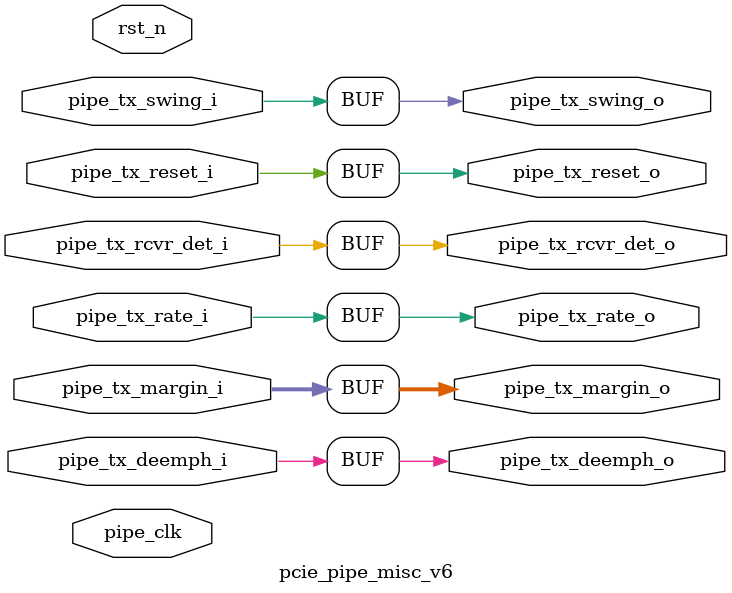
<source format=v>

`timescale 1ns/1ns

module pcie_pipe_misc_v6 #
(
    parameter        PIPE_PIPELINE_STAGES = 0    // 0 - 0 stages, 1 - 1 stage, 2 - 2 stages
)
(

    input   wire        pipe_tx_rcvr_det_i       ,
    input   wire        pipe_tx_reset_i          ,
    input   wire        pipe_tx_rate_i           ,
    input   wire        pipe_tx_deemph_i         ,
    input   wire [2:0]  pipe_tx_margin_i         ,
    input   wire        pipe_tx_swing_i          ,

    output  wire        pipe_tx_rcvr_det_o       ,
    output  wire        pipe_tx_reset_o          ,
    output  wire        pipe_tx_rate_o           ,
    output  wire        pipe_tx_deemph_o         ,
    output  wire [2:0]  pipe_tx_margin_o         ,
    output  wire        pipe_tx_swing_o          ,
 
    input   wire        pipe_clk                , 
    input   wire        rst_n 
);

//******************************************************************//
// Reality check.                                                   //
//******************************************************************//

    parameter TCQ  = 1;      // clock to out delay model

    reg                pipe_tx_rcvr_det_q       ;
    reg                pipe_tx_reset_q          ;
    reg                pipe_tx_rate_q           ;
    reg                pipe_tx_deemph_q         ;
    reg [2:0]          pipe_tx_margin_q         ;
    reg                pipe_tx_swing_q          ;

    reg                pipe_tx_rcvr_det_qq      ;
    reg                pipe_tx_reset_qq         ;
    reg                pipe_tx_rate_qq          ;
    reg                pipe_tx_deemph_qq        ;
    reg [2:0]          pipe_tx_margin_qq        ;
    reg                pipe_tx_swing_qq         ;

    generate

      if (PIPE_PIPELINE_STAGES == 0) begin


        assign pipe_tx_rcvr_det_o = pipe_tx_rcvr_det_i;
        assign pipe_tx_reset_o  = pipe_tx_reset_i;
        assign pipe_tx_rate_o = pipe_tx_rate_i;
        assign pipe_tx_deemph_o = pipe_tx_deemph_i;
        assign pipe_tx_margin_o = pipe_tx_margin_i;
        assign pipe_tx_swing_o = pipe_tx_swing_i;

      end else if (PIPE_PIPELINE_STAGES == 1) begin

        always @(posedge pipe_clk) begin

          if (rst_n) begin

            pipe_tx_rcvr_det_q <= #TCQ 0;
            pipe_tx_reset_q  <= #TCQ 1'b1;
            pipe_tx_rate_q <= #TCQ 0;
            pipe_tx_deemph_q <= #TCQ 1'b1;
            pipe_tx_margin_q <= #TCQ 0;
            pipe_tx_swing_q <= #TCQ 0;

          end else begin
       
            pipe_tx_rcvr_det_q <= #TCQ pipe_tx_rcvr_det_i;
            pipe_tx_reset_q  <= #TCQ pipe_tx_reset_i;
            pipe_tx_rate_q <= #TCQ pipe_tx_rate_i;
            pipe_tx_deemph_q <= #TCQ pipe_tx_deemph_i;
            pipe_tx_margin_q <= #TCQ pipe_tx_margin_i;
            pipe_tx_swing_q <= #TCQ pipe_tx_swing_i;

          end
       
        end

        assign pipe_tx_rcvr_det_o = pipe_tx_rcvr_det_q;
        assign pipe_tx_reset_o  = pipe_tx_reset_q;
        assign pipe_tx_rate_o = pipe_tx_rate_q;
        assign pipe_tx_deemph_o = pipe_tx_deemph_q;
        assign pipe_tx_margin_o = pipe_tx_margin_q;
        assign pipe_tx_swing_o = pipe_tx_swing_q;

      end else if (PIPE_PIPELINE_STAGES == 2) begin

        always @(posedge pipe_clk) begin

          if (rst_n) begin

            pipe_tx_rcvr_det_q <= #TCQ 0;
            pipe_tx_reset_q  <= #TCQ 1'b1;
            pipe_tx_rate_q <= #TCQ 0;
            pipe_tx_deemph_q <= #TCQ 1'b1;
            pipe_tx_margin_q <= #TCQ 0;
            pipe_tx_swing_q <= #TCQ 0;

            pipe_tx_rcvr_det_qq <= #TCQ 0;
            pipe_tx_reset_qq  <= #TCQ 1'b1;
            pipe_tx_rate_qq <= #TCQ 0;
            pipe_tx_deemph_qq <= #TCQ 1'b1;
            pipe_tx_margin_qq <= #TCQ 0;
            pipe_tx_swing_qq <= #TCQ 0;

          end else begin
       
            pipe_tx_rcvr_det_q <= #TCQ pipe_tx_rcvr_det_i;
            pipe_tx_reset_q  <= #TCQ pipe_tx_reset_i;
            pipe_tx_rate_q <= #TCQ pipe_tx_rate_i;
            pipe_tx_deemph_q <= #TCQ pipe_tx_deemph_i;
            pipe_tx_margin_q <= #TCQ pipe_tx_margin_i;
            pipe_tx_swing_q <= #TCQ pipe_tx_swing_i;

            pipe_tx_rcvr_det_qq <= #TCQ pipe_tx_rcvr_det_q;
            pipe_tx_reset_qq  <= #TCQ pipe_tx_reset_q;
            pipe_tx_rate_qq <= #TCQ pipe_tx_rate_q;
            pipe_tx_deemph_qq <= #TCQ pipe_tx_deemph_q;
            pipe_tx_margin_qq <= #TCQ pipe_tx_margin_q;
            pipe_tx_swing_qq <= #TCQ pipe_tx_swing_q;

          end
       
        end

        assign pipe_tx_rcvr_det_o = pipe_tx_rcvr_det_qq;
        assign pipe_tx_reset_o  = pipe_tx_reset_qq;
        assign pipe_tx_rate_o = pipe_tx_rate_qq;
        assign pipe_tx_deemph_o = pipe_tx_deemph_qq;
        assign pipe_tx_margin_o = pipe_tx_margin_qq;
        assign pipe_tx_swing_o = pipe_tx_swing_qq;

      end

    endgenerate

endmodule

</source>
